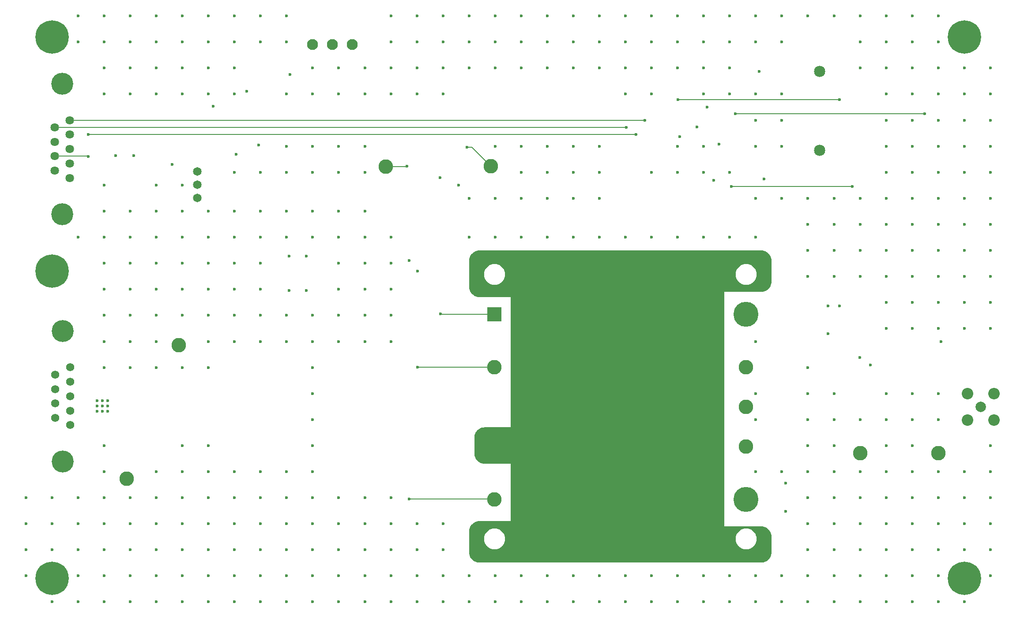
<source format=gbr>
%TF.GenerationSoftware,KiCad,Pcbnew,9.0.3*%
%TF.CreationDate,2025-09-16T13:25:34-04:00*%
%TF.ProjectId,CAEN_NEVIS_DAQ_3p3V,4341454e-5f4e-4455-9649-535f4441515f,rev?*%
%TF.SameCoordinates,Original*%
%TF.FileFunction,Copper,L4,Inr*%
%TF.FilePolarity,Positive*%
%FSLAX46Y46*%
G04 Gerber Fmt 4.6, Leading zero omitted, Abs format (unit mm)*
G04 Created by KiCad (PCBNEW 9.0.3) date 2025-09-16 13:25:34*
%MOMM*%
%LPD*%
G01*
G04 APERTURE LIST*
%TA.AperFunction,ComponentPad*%
%ADD10C,2.006600*%
%TD*%
%TA.AperFunction,ComponentPad*%
%ADD11C,2.209800*%
%TD*%
%TA.AperFunction,ComponentPad*%
%ADD12C,6.400000*%
%TD*%
%TA.AperFunction,ComponentPad*%
%ADD13C,2.100000*%
%TD*%
%TA.AperFunction,ComponentPad*%
%ADD14C,1.635000*%
%TD*%
%TA.AperFunction,ComponentPad*%
%ADD15C,4.216000*%
%TD*%
%TA.AperFunction,ComponentPad*%
%ADD16C,2.800000*%
%TD*%
%TA.AperFunction,ComponentPad*%
%ADD17C,1.650000*%
%TD*%
%TA.AperFunction,ComponentPad*%
%ADD18C,2.159000*%
%TD*%
%TA.AperFunction,ComponentPad*%
%ADD19C,1.560000*%
%TD*%
%TA.AperFunction,ComponentPad*%
%ADD20R,2.800000X2.800000*%
%TD*%
%TA.AperFunction,ComponentPad*%
%ADD21C,4.800000*%
%TD*%
%TA.AperFunction,ViaPad*%
%ADD22C,0.600000*%
%TD*%
%TA.AperFunction,ViaPad*%
%ADD23C,1.000000*%
%TD*%
%TA.AperFunction,Conductor*%
%ADD24C,0.200000*%
%TD*%
G04 APERTURE END LIST*
D10*
%TO.N,/V_3p3_Supply*%
%TO.C,J3*%
X233167999Y-100035000D03*
D11*
%TO.N,/V_3p3_RTN*%
X235707999Y-97495000D03*
X230627999Y-97495000D03*
X230627999Y-102575000D03*
X235707999Y-102575000D03*
%TD*%
D12*
%TO.N,GNDPWR*%
%TO.C,H4*%
X230000000Y-133000000D03*
%TD*%
D13*
%TO.N,/V_TELEM*%
%TO.C,J1*%
X112570000Y-30510000D03*
%TO.N,/V_TELEM_RTN*%
X108760000Y-30510000D03*
%TO.N,/V_TELEM*%
X104950000Y-30510000D03*
%TD*%
D14*
%TO.N,/EN+*%
%TO.C,J4*%
X58400000Y-56090000D03*
%TO.N,/EN-*%
X58400000Y-53320000D03*
%TO.N,unconnected-(J4-Pad3)*%
X58400000Y-50550000D03*
%TO.N,/V_TELEM_RTN*%
X58400000Y-47780000D03*
%TO.N,/TEMP_Mon*%
X58400000Y-45010000D03*
%TO.N,/V_TELEM_RTN*%
X55560000Y-54705000D03*
%TO.N,/Volt_Mon*%
X55560000Y-51935000D03*
%TO.N,/V_TELEM_RTN*%
X55560000Y-49165000D03*
%TO.N,/Curr_Mon*%
X55560000Y-46395000D03*
D15*
%TO.N,GNDPWR*%
X56980000Y-38050000D03*
X56980000Y-63050000D03*
%TD*%
D12*
%TO.N,GNDPWR*%
%TO.C,H3*%
X230000000Y-29000000D03*
%TD*%
D16*
%TO.N,/V_3p3_RTN*%
%TO.C,3.3V_RTN1*%
X210000000Y-109000000D03*
%TD*%
D12*
%TO.N,GNDPWR*%
%TO.C,H1*%
X55000000Y-29000000D03*
%TD*%
%TO.N,GNDPWR*%
%TO.C,H2*%
X55000000Y-133000000D03*
%TD*%
D17*
%TO.N,Net-(U6-R)*%
%TO.C,J5*%
X82850000Y-59910000D03*
%TO.N,/EN_SIG*%
X82850000Y-57370000D03*
%TO.N,Net-(J5-Pad3)*%
X82850000Y-54830000D03*
%TD*%
D18*
%TO.N,Net-(P1-Pad1)*%
%TO.C,P1*%
X202250000Y-35660000D03*
%TD*%
D19*
%TO.N,/V_SEC_RTN*%
%TO.C,J2*%
X58480000Y-92490000D03*
X58480000Y-95260000D03*
%TO.N,unconnected-(J2-Pad3)*%
X58480000Y-98030000D03*
%TO.N,/V_SEC_RTN*%
X58480000Y-100800000D03*
X58480000Y-103570000D03*
%TO.N,/V_SEC_IN*%
X55640000Y-93875000D03*
X55640000Y-96645000D03*
X55640000Y-99415000D03*
X55640000Y-102185000D03*
D15*
%TO.N,GNDPWR*%
X57060000Y-85530000D03*
X57060000Y-110530000D03*
%TD*%
D16*
%TO.N,/V_TELEM*%
%TO.C,TELEM_PWR1*%
X139140000Y-53870000D03*
%TD*%
D18*
%TO.N,Net-(M3-Pad3)*%
%TO.C,P2*%
X202210000Y-50790000D03*
%TD*%
D16*
%TO.N,/V_3p3_Supply*%
%TO.C,3.3V1*%
X225000000Y-109000000D03*
%TD*%
%TO.N,/V_SEC_RTN*%
%TO.C,Secondary_RTN1*%
X79340000Y-88210000D03*
%TD*%
%TO.N,/V_SEC_IN*%
%TO.C,Secondary_PWR1*%
X69340000Y-113850000D03*
%TD*%
%TO.N,/V_TELEM_RTN*%
%TO.C,TELEM_RTN1*%
X119060000Y-53890000D03*
%TD*%
D20*
%TO.N,/Main_Converter/p12V*%
%TO.C,U1*%
X139890000Y-82255000D03*
D16*
%TO.N,Net-(U1-ON{slash}OFF)*%
X139890000Y-92415000D03*
%TO.N,GNDPWR*%
X139890000Y-107655000D03*
%TO.N,/Main_Converter/p12V_rtn*%
X139890000Y-117815000D03*
D21*
%TO.N,/V_3p3_RTN*%
X188140000Y-117815000D03*
D16*
X188140000Y-107655000D03*
%TO.N,unconnected-(U1-TRIM-Pad7)*%
X188140000Y-100035000D03*
%TO.N,/V_3p3_*%
X188140000Y-92415000D03*
D21*
X188140000Y-82255000D03*
%TD*%
D12*
%TO.N,GNDPWR*%
%TO.C,H5*%
X55000000Y-74000000D03*
%TD*%
D22*
%TO.N,/V_3p3_RTN*%
X195740000Y-114710000D03*
%TO.N,/V_SEC_RTN*%
X140000000Y-67500000D03*
X180000000Y-132500000D03*
X125000000Y-137500000D03*
X90000000Y-132500000D03*
X63640000Y-98915000D03*
X105000000Y-117500000D03*
X210000000Y-137500000D03*
X225000000Y-127500000D03*
X150000000Y-137500000D03*
X235000000Y-132500000D03*
X120000000Y-67500000D03*
X145000000Y-132500000D03*
X64640000Y-99915000D03*
X60000000Y-122500000D03*
X225000000Y-132500000D03*
X65000000Y-112500000D03*
X215000000Y-97500000D03*
X130000000Y-132500000D03*
X185000000Y-67500000D03*
X205000000Y-122500000D03*
X205000000Y-107500000D03*
X165000000Y-67500000D03*
X70000000Y-87500000D03*
X105000000Y-102500000D03*
X100000000Y-122500000D03*
X215000000Y-107500000D03*
X235000000Y-107500000D03*
X200000000Y-112500000D03*
X75000000Y-92500000D03*
X65640000Y-99915000D03*
X205000000Y-127500000D03*
X150000000Y-67500000D03*
X95000000Y-112500000D03*
X105000000Y-97500000D03*
X50000000Y-132500000D03*
X115000000Y-77500000D03*
X215000000Y-102500000D03*
X145000000Y-67500000D03*
X200000000Y-122500000D03*
X175000000Y-137500000D03*
X235000000Y-122500000D03*
X110000000Y-82500000D03*
X65000000Y-137500000D03*
X75000000Y-127500000D03*
X65000000Y-87500000D03*
X80000000Y-112500000D03*
X65000000Y-117500000D03*
X110000000Y-87500000D03*
X85000000Y-107500000D03*
X200000000Y-92500000D03*
X90000000Y-122500000D03*
X205000000Y-97500000D03*
X230000000Y-127500000D03*
X75000000Y-117500000D03*
X70000000Y-117500000D03*
X55000000Y-137500000D03*
X105000000Y-122500000D03*
X225000000Y-102500000D03*
X64640000Y-98915000D03*
X95000000Y-87500000D03*
X80000000Y-82500000D03*
X220000000Y-97500000D03*
X70000000Y-77500000D03*
X155000000Y-132500000D03*
X170000000Y-137500000D03*
X135000000Y-67500000D03*
X215000000Y-127500000D03*
X75000000Y-122500000D03*
X70000000Y-82500000D03*
X215000000Y-117500000D03*
X130000000Y-122500000D03*
X110000000Y-127500000D03*
X50000000Y-122500000D03*
X120000000Y-77500000D03*
X115000000Y-117500000D03*
X215000000Y-137500000D03*
X105000000Y-82500000D03*
X220000000Y-102500000D03*
X125000000Y-127500000D03*
X190000000Y-97500000D03*
X225000000Y-117500000D03*
X120000000Y-137500000D03*
X155000000Y-137500000D03*
X80000000Y-137500000D03*
X65000000Y-132500000D03*
X140000000Y-137500000D03*
X60000000Y-117500000D03*
X185000000Y-132500000D03*
X55000000Y-122500000D03*
X100000000Y-87500000D03*
X90000000Y-112500000D03*
X115000000Y-127500000D03*
X85000000Y-122500000D03*
X115000000Y-87500000D03*
X210000000Y-127500000D03*
X200000000Y-137500000D03*
X85000000Y-132500000D03*
X60000000Y-132500000D03*
X175000000Y-67500000D03*
X55000000Y-127500000D03*
X220000000Y-107500000D03*
X170000000Y-67500000D03*
X75000000Y-87500000D03*
X105000000Y-132500000D03*
X130000000Y-127500000D03*
X215000000Y-122500000D03*
X75000000Y-112500000D03*
X90000000Y-117500000D03*
X195000000Y-112500000D03*
X215000000Y-132500000D03*
X115000000Y-137500000D03*
X85000000Y-92500000D03*
X85000000Y-112500000D03*
X140000000Y-132500000D03*
X70000000Y-127500000D03*
X120000000Y-122500000D03*
X70000000Y-137500000D03*
X95000000Y-137500000D03*
X110000000Y-122500000D03*
X205000000Y-132500000D03*
X150000000Y-132500000D03*
X65640000Y-100915000D03*
X100000000Y-82500000D03*
X130000000Y-137500000D03*
X50000000Y-117500000D03*
X90000000Y-82500000D03*
X205000000Y-112500000D03*
X110000000Y-132500000D03*
X200000000Y-117500000D03*
X190000000Y-132500000D03*
X235000000Y-127500000D03*
X205000000Y-117500000D03*
X200000000Y-102500000D03*
X65000000Y-122500000D03*
X110000000Y-77500000D03*
X80000000Y-77500000D03*
X125000000Y-132500000D03*
X85000000Y-87500000D03*
X85000000Y-117500000D03*
X80000000Y-92500000D03*
X80000000Y-122500000D03*
X220000000Y-137500000D03*
X115000000Y-82500000D03*
X220000000Y-132500000D03*
X195000000Y-137500000D03*
X225000000Y-112500000D03*
X235000000Y-117500000D03*
X160000000Y-67500000D03*
X105000000Y-127500000D03*
X80000000Y-117500000D03*
X225000000Y-137500000D03*
X75000000Y-82500000D03*
X135000000Y-132500000D03*
X100510000Y-77730000D03*
X85000000Y-127500000D03*
X105000000Y-92500000D03*
X70000000Y-122500000D03*
X95000000Y-132500000D03*
X85000000Y-82500000D03*
X63640000Y-100915000D03*
X75000000Y-132500000D03*
X80000000Y-132500000D03*
X190000000Y-137500000D03*
X120000000Y-132500000D03*
X155000000Y-67500000D03*
X200000000Y-127500000D03*
X120000000Y-87500000D03*
X75000000Y-77500000D03*
X90000000Y-77500000D03*
X100000000Y-117500000D03*
X95000000Y-77500000D03*
X85000000Y-77500000D03*
X100000000Y-137500000D03*
X103820000Y-77760000D03*
X90000000Y-137500000D03*
X230000000Y-112500000D03*
X65000000Y-107500000D03*
X95000000Y-82500000D03*
X210000000Y-132500000D03*
X200000000Y-132500000D03*
X125000000Y-122500000D03*
X110000000Y-137500000D03*
X175000000Y-132500000D03*
X95000000Y-127500000D03*
X210000000Y-112500000D03*
X65000000Y-92500000D03*
X90000000Y-127500000D03*
X190000000Y-102500000D03*
X220000000Y-127500000D03*
X180000000Y-137500000D03*
X50000000Y-127500000D03*
X70000000Y-132500000D03*
X190000000Y-112500000D03*
X120000000Y-72500000D03*
X145000000Y-137500000D03*
X225000000Y-122500000D03*
X190000000Y-87500000D03*
X65000000Y-127500000D03*
X230000000Y-122500000D03*
X95000000Y-122500000D03*
X120000000Y-117500000D03*
X110000000Y-117500000D03*
X210000000Y-102500000D03*
X220000000Y-112500000D03*
X190000000Y-67500000D03*
X120000000Y-82500000D03*
X105000000Y-87500000D03*
X64640000Y-100915000D03*
X220000000Y-122500000D03*
X220000000Y-117500000D03*
X120000000Y-127500000D03*
X80000000Y-107500000D03*
X185000000Y-137500000D03*
X105000000Y-107500000D03*
X205000000Y-102500000D03*
X170000000Y-132500000D03*
X235000000Y-112500000D03*
X55000000Y-117500000D03*
X215000000Y-112500000D03*
X70000000Y-92500000D03*
X205000000Y-137500000D03*
X115000000Y-132500000D03*
X165000000Y-137500000D03*
X63640000Y-99915000D03*
X180000000Y-67500000D03*
X65000000Y-77500000D03*
X160000000Y-137500000D03*
X230000000Y-117500000D03*
X100000000Y-127500000D03*
X115000000Y-122500000D03*
X105000000Y-112500000D03*
X75000000Y-137500000D03*
X65640000Y-98915000D03*
X200000000Y-107500000D03*
X225000000Y-97500000D03*
X95000000Y-117500000D03*
X100000000Y-132500000D03*
X165000000Y-132500000D03*
X230000000Y-137500000D03*
X160000000Y-132500000D03*
X60000000Y-137500000D03*
X210000000Y-122500000D03*
X65000000Y-82500000D03*
X60000000Y-127500000D03*
X100000000Y-112500000D03*
X135000000Y-137500000D03*
X90000000Y-87500000D03*
X105000000Y-137500000D03*
X210000000Y-117500000D03*
X200000000Y-97500000D03*
X85000000Y-137500000D03*
X195000000Y-132500000D03*
X80000000Y-127500000D03*
D23*
%TO.N,GNDPWR*%
X155600000Y-105000000D03*
X155600000Y-90000000D03*
X175600000Y-115000000D03*
X165600000Y-100000000D03*
X165600000Y-125000000D03*
X160600000Y-90000000D03*
X155600000Y-85000000D03*
X155600000Y-95000000D03*
X155600000Y-100000000D03*
X145600000Y-110000000D03*
X165600000Y-110000000D03*
X145600000Y-125000000D03*
X155600000Y-120000000D03*
X145600000Y-85000000D03*
X165600000Y-95000000D03*
X150600000Y-95000000D03*
X170600000Y-105000000D03*
X150600000Y-125000000D03*
X145600000Y-75000000D03*
X160600000Y-80000000D03*
X175600000Y-125000000D03*
X180600000Y-85000000D03*
X165600000Y-120000000D03*
X160600000Y-110000000D03*
X170600000Y-95000000D03*
X155600000Y-110000000D03*
X165600000Y-90000000D03*
X160600000Y-125000000D03*
X165600000Y-105000000D03*
X180600000Y-80000000D03*
X165600000Y-85000000D03*
X150600000Y-120000000D03*
X150600000Y-105000000D03*
X160600000Y-85000000D03*
X155600000Y-115000000D03*
D22*
X195740000Y-120100000D03*
D23*
X145600000Y-80000000D03*
X170600000Y-115000000D03*
X170600000Y-120000000D03*
X160600000Y-120000000D03*
X145600000Y-100000000D03*
X155600000Y-125000000D03*
X165600000Y-115000000D03*
X175600000Y-85000000D03*
X145600000Y-105000000D03*
X160600000Y-115000000D03*
X145600000Y-90000000D03*
X180600000Y-95000000D03*
X175600000Y-120000000D03*
X180600000Y-105000000D03*
X180600000Y-120000000D03*
X180600000Y-125000000D03*
X150600000Y-85000000D03*
X150600000Y-90000000D03*
X180600000Y-100000000D03*
X170600000Y-100000000D03*
X175600000Y-80000000D03*
X175600000Y-105000000D03*
X145600000Y-120000000D03*
X170600000Y-85000000D03*
X150600000Y-115000000D03*
X170600000Y-110000000D03*
X165600000Y-75000000D03*
X175600000Y-75000000D03*
X175600000Y-90000000D03*
X175600000Y-100000000D03*
X175600000Y-95000000D03*
X180600000Y-90000000D03*
X180600000Y-115000000D03*
X165600000Y-80000000D03*
X170600000Y-80000000D03*
X175600000Y-110000000D03*
X150600000Y-75000000D03*
X170600000Y-75000000D03*
X155600000Y-75000000D03*
X160600000Y-105000000D03*
X180600000Y-75000000D03*
X150600000Y-80000000D03*
X145600000Y-115000000D03*
X160600000Y-100000000D03*
X170600000Y-90000000D03*
X145600000Y-95000000D03*
X155600000Y-80000000D03*
X180600000Y-110000000D03*
X160600000Y-95000000D03*
X160600000Y-75000000D03*
X170600000Y-125000000D03*
X150600000Y-100000000D03*
X150600000Y-110000000D03*
D22*
%TO.N,/Telemetry_CKT/V_3p3*%
X178720000Y-46280000D03*
X78060000Y-53520000D03*
X209942500Y-90557500D03*
X92320000Y-39413750D03*
X70660000Y-51810000D03*
%TO.N,/V_TELEM_RTN*%
X90000000Y-30000000D03*
X65000000Y-62500000D03*
X115000000Y-50000000D03*
X225000000Y-30000000D03*
X230000000Y-35000000D03*
X190000000Y-40000000D03*
X225490000Y-87530000D03*
X75000000Y-25000000D03*
X195000000Y-50000000D03*
X160000000Y-50000000D03*
X80000000Y-35000000D03*
X90000000Y-67500000D03*
X135000000Y-35000000D03*
X70000000Y-35000000D03*
X225000000Y-40000000D03*
X170000000Y-35000000D03*
X135000000Y-25000000D03*
X210000000Y-70000000D03*
X195000000Y-40000000D03*
X70000000Y-30000000D03*
X80000000Y-62500000D03*
X200000000Y-25000000D03*
X129445000Y-56015000D03*
X110000000Y-72500000D03*
X100000000Y-30000000D03*
X220000000Y-55000000D03*
X185000000Y-40000000D03*
X80000000Y-72500000D03*
X100000000Y-25000000D03*
X230000000Y-45000000D03*
X150000000Y-30000000D03*
X190000000Y-60000000D03*
X235000000Y-45000000D03*
X180680000Y-42480000D03*
X210000000Y-25000000D03*
X215000000Y-35000000D03*
X220000000Y-65000000D03*
X220000000Y-40000000D03*
X180000000Y-30000000D03*
X150000000Y-25000000D03*
X65000000Y-35000000D03*
X230000000Y-65000000D03*
X215000000Y-45000000D03*
X85925000Y-42348750D03*
X120000000Y-40000000D03*
X195000000Y-60000000D03*
X95000000Y-55000000D03*
X205000000Y-70000000D03*
X100000000Y-67500000D03*
X220000000Y-60000000D03*
X120000000Y-35000000D03*
X215000000Y-80000000D03*
X103800000Y-71110000D03*
X155000000Y-30000000D03*
X170000000Y-40000000D03*
X85000000Y-25000000D03*
X75000000Y-67500000D03*
X203895000Y-86000000D03*
X65000000Y-30000000D03*
X160000000Y-35000000D03*
X75000000Y-57500000D03*
X230000000Y-55000000D03*
X145000000Y-35000000D03*
X215000000Y-40000000D03*
X220000000Y-80000000D03*
X100000000Y-40000000D03*
X210000000Y-60000000D03*
X215000000Y-30000000D03*
X150000000Y-50000000D03*
X225000000Y-60000000D03*
X130000000Y-40000000D03*
X235000000Y-75000000D03*
X215000000Y-70000000D03*
X65000000Y-57500000D03*
X190000000Y-30000000D03*
X215000000Y-75000000D03*
X220000000Y-30000000D03*
X70000000Y-62500000D03*
X85000000Y-35000000D03*
X110000000Y-40000000D03*
X235000000Y-65000000D03*
X80000000Y-40000000D03*
X180000000Y-40000000D03*
X220000000Y-45000000D03*
X110000000Y-67500000D03*
X215000000Y-55000000D03*
X210000000Y-75000000D03*
X115000000Y-40000000D03*
X90000000Y-25000000D03*
X175000000Y-30000000D03*
X220000000Y-25000000D03*
X140000000Y-60000000D03*
X235000000Y-80000000D03*
X155000000Y-55000000D03*
X175000000Y-50000000D03*
X90000000Y-72500000D03*
X125000000Y-40000000D03*
X230000000Y-50000000D03*
X105000000Y-67500000D03*
X75000000Y-35000000D03*
X140000000Y-50000000D03*
X150000000Y-35000000D03*
X211992500Y-92067500D03*
X165000000Y-30000000D03*
X125000000Y-25000000D03*
X90000000Y-62500000D03*
X60000000Y-67500000D03*
X105000000Y-35000000D03*
X130000000Y-30000000D03*
X191550000Y-56280000D03*
X150000000Y-55000000D03*
X220000000Y-35000000D03*
X225000000Y-75000000D03*
X160000000Y-30000000D03*
X130000000Y-25000000D03*
X140000000Y-25000000D03*
X95000000Y-67500000D03*
X80000000Y-57500000D03*
X190000000Y-45000000D03*
X140000000Y-35000000D03*
X225000000Y-50000000D03*
X235000000Y-35000000D03*
X220000000Y-50000000D03*
X115000000Y-67500000D03*
X235000000Y-70000000D03*
X175000000Y-35000000D03*
X125000000Y-35000000D03*
X85000000Y-62500000D03*
X230000000Y-40000000D03*
X155000000Y-60000000D03*
X235000000Y-40000000D03*
X145000000Y-50000000D03*
X165000000Y-25000000D03*
X75000000Y-62500000D03*
X230000000Y-60000000D03*
X100510000Y-71110000D03*
X175370000Y-48180000D03*
X195000000Y-30000000D03*
X225000000Y-25000000D03*
X200000000Y-75000000D03*
X220000000Y-75000000D03*
X140000000Y-30000000D03*
X70000000Y-40000000D03*
X225000000Y-45000000D03*
X115000000Y-62500000D03*
X230000000Y-70000000D03*
X85000000Y-40000000D03*
X160000000Y-55000000D03*
X70000000Y-67500000D03*
X210000000Y-35000000D03*
X182970000Y-49590000D03*
X160000000Y-25000000D03*
X181920000Y-56560000D03*
X200000000Y-70000000D03*
X100000000Y-62500000D03*
X170000000Y-25000000D03*
X215000000Y-50000000D03*
X145000000Y-25000000D03*
X135000000Y-60000000D03*
X100000000Y-50000000D03*
X65000000Y-67500000D03*
X195000000Y-25000000D03*
X155000000Y-25000000D03*
X80000000Y-25000000D03*
X235000000Y-60000000D03*
X190000000Y-25000000D03*
X210000000Y-65000000D03*
X90000000Y-35000000D03*
X235000000Y-55000000D03*
X215000000Y-65000000D03*
X180000000Y-35000000D03*
X100620000Y-36243750D03*
X225000000Y-85000000D03*
X180000000Y-50000000D03*
X125000000Y-30000000D03*
X215000000Y-85000000D03*
X65000000Y-72500000D03*
X75000000Y-30000000D03*
X200000000Y-65000000D03*
X110000000Y-55000000D03*
X155000000Y-35000000D03*
X80000000Y-67500000D03*
X90000000Y-40000000D03*
X170000000Y-30000000D03*
X105000000Y-62500000D03*
X215000000Y-60000000D03*
X70000000Y-72500000D03*
X165000000Y-35000000D03*
X205000000Y-25000000D03*
X90290000Y-51528750D03*
X100000000Y-55000000D03*
X205000000Y-60000000D03*
X145000000Y-60000000D03*
X95000000Y-62500000D03*
X85000000Y-67500000D03*
X135000000Y-30000000D03*
X95000000Y-30000000D03*
X235000000Y-50000000D03*
X90000000Y-55000000D03*
X185000000Y-25000000D03*
X115000000Y-55000000D03*
X230000000Y-80000000D03*
X195000000Y-45000000D03*
X65000000Y-25000000D03*
X105000000Y-40000000D03*
X95000000Y-72500000D03*
X75000000Y-40000000D03*
X215000000Y-25000000D03*
X60000000Y-25000000D03*
X185000000Y-30000000D03*
X95000000Y-25000000D03*
X225000000Y-55000000D03*
X200000000Y-60000000D03*
X170000000Y-55000000D03*
X80000000Y-30000000D03*
X225000000Y-65000000D03*
X105000000Y-55000000D03*
X205000000Y-75000000D03*
X145000000Y-55000000D03*
X130000000Y-35000000D03*
X205000000Y-65000000D03*
X120000000Y-30000000D03*
X67240000Y-51790000D03*
X185000000Y-55000000D03*
X115000000Y-35000000D03*
X225000000Y-35000000D03*
X230000000Y-85000000D03*
X110000000Y-62500000D03*
X110000000Y-35000000D03*
X160000000Y-60000000D03*
X65000000Y-40000000D03*
X75000000Y-72500000D03*
X110000000Y-50000000D03*
X190000000Y-50000000D03*
X85000000Y-72500000D03*
X85000000Y-30000000D03*
X220000000Y-85000000D03*
X180000000Y-25000000D03*
X123085000Y-53875000D03*
X120000000Y-25000000D03*
X225000000Y-70000000D03*
X185000000Y-35000000D03*
X150000000Y-60000000D03*
X225000000Y-80000000D03*
X210000000Y-30000000D03*
X165000000Y-40000000D03*
X220000000Y-70000000D03*
X70000000Y-25000000D03*
X180000000Y-55000000D03*
X175000000Y-55000000D03*
X175000000Y-25000000D03*
X115000000Y-72500000D03*
X105000000Y-50000000D03*
X230000000Y-75000000D03*
X155000000Y-50000000D03*
X145000000Y-30000000D03*
X235000000Y-85000000D03*
X60000000Y-30000000D03*
%TO.N,/V_TELEM*%
X132995000Y-57515000D03*
X203895000Y-80705000D03*
X190660000Y-35650000D03*
X94625000Y-49768750D03*
X134635000Y-50235000D03*
%TO.N,/Volt_Mon*%
X167060000Y-47780000D03*
X61950000Y-51940000D03*
X61950000Y-47780000D03*
%TO.N,/TEMP_Mon*%
X168740000Y-45010000D03*
%TO.N,/Curr_Mon*%
X165180000Y-46395000D03*
%TO.N,Net-(U1-ON{slash}OFF)*%
X125115000Y-73965000D03*
X125115000Y-92445000D03*
%TO.N,/Main_Converter/p12V*%
X129510000Y-82250000D03*
%TO.N,Net-(U3-OUT)*%
X208500000Y-57730000D03*
X185330000Y-57730000D03*
%TO.N,Net-(U4A-+INA)*%
X186060000Y-43740000D03*
X222360000Y-43780000D03*
%TO.N,/Telemetry_CKT/TEMP*%
X206016577Y-80710531D03*
X206020000Y-41070000D03*
X175110000Y-41070000D03*
%TO.N,/Main_Converter/p12V_rtn*%
X123515000Y-117775000D03*
X123515000Y-71945000D03*
%TD*%
D24*
%TO.N,/V_TELEM_RTN*%
X123080000Y-53870000D02*
X123085000Y-53875000D01*
X123070000Y-53890000D02*
X119060000Y-53890000D01*
%TO.N,/V_TELEM*%
X135505000Y-50235000D02*
X139140000Y-53870000D01*
X134635000Y-50235000D02*
X135505000Y-50235000D01*
%TO.N,/Volt_Mon*%
X61945000Y-51935000D02*
X61950000Y-51940000D01*
X165190000Y-47780000D02*
X167060000Y-47780000D01*
X55560000Y-51935000D02*
X61945000Y-51935000D01*
X61950000Y-47780000D02*
X165190000Y-47780000D01*
%TO.N,/TEMP_Mon*%
X58400000Y-45010000D02*
X168740000Y-45010000D01*
%TO.N,/Curr_Mon*%
X55560000Y-46395000D02*
X165180000Y-46395000D01*
%TO.N,Net-(U1-ON{slash}OFF)*%
X139860000Y-92445000D02*
X139890000Y-92415000D01*
X125115000Y-92445000D02*
X139860000Y-92445000D01*
%TO.N,/Main_Converter/p12V*%
X139890000Y-82255000D02*
X129515000Y-82255000D01*
X129515000Y-82255000D02*
X129510000Y-82250000D01*
%TO.N,Net-(U3-OUT)*%
X185330000Y-57730000D02*
X185320000Y-57730000D01*
X208500000Y-57730000D02*
X185330000Y-57730000D01*
%TO.N,Net-(U4A-+INA)*%
X186100000Y-43780000D02*
X186060000Y-43740000D01*
X222360000Y-43780000D02*
X186100000Y-43780000D01*
%TO.N,/Telemetry_CKT/TEMP*%
X206020000Y-41070000D02*
X175110000Y-41070000D01*
%TO.N,/Main_Converter/p12V_rtn*%
X123515000Y-117775000D02*
X139850000Y-117775000D01*
X139850000Y-117775000D02*
X139890000Y-117815000D01*
%TD*%
%TA.AperFunction,Conductor*%
%TO.N,GNDPWR*%
G36*
X191004418Y-70000316D02*
G01*
X191275790Y-70019724D01*
X191293291Y-70022241D01*
X191554803Y-70079129D01*
X191571762Y-70084108D01*
X191822524Y-70177638D01*
X191838616Y-70184987D01*
X192073501Y-70313244D01*
X192088375Y-70322802D01*
X192302624Y-70483188D01*
X192315994Y-70494774D01*
X192505225Y-70684005D01*
X192516811Y-70697375D01*
X192677193Y-70911619D01*
X192686758Y-70926503D01*
X192815011Y-71161382D01*
X192822361Y-71177475D01*
X192915888Y-71428229D01*
X192920872Y-71445205D01*
X192977757Y-71706702D01*
X192980275Y-71724214D01*
X192999684Y-71995581D01*
X193000000Y-72004427D01*
X193000000Y-75995572D01*
X192999684Y-76004418D01*
X192980275Y-76275785D01*
X192977757Y-76293297D01*
X192920872Y-76554794D01*
X192915888Y-76571770D01*
X192822361Y-76822524D01*
X192815011Y-76838617D01*
X192686758Y-77073496D01*
X192677193Y-77088380D01*
X192516811Y-77302624D01*
X192505225Y-77315994D01*
X192315994Y-77505225D01*
X192302624Y-77516811D01*
X192088380Y-77677193D01*
X192073496Y-77686758D01*
X191838617Y-77815011D01*
X191822524Y-77822361D01*
X191571770Y-77915888D01*
X191554794Y-77920872D01*
X191293297Y-77977757D01*
X191275785Y-77980275D01*
X191004418Y-77999684D01*
X190995572Y-78000000D01*
X184000000Y-78000000D01*
X184000000Y-123000000D01*
X190995572Y-123000000D01*
X191004418Y-123000316D01*
X191275790Y-123019724D01*
X191293291Y-123022241D01*
X191554803Y-123079129D01*
X191571762Y-123084108D01*
X191822087Y-123177475D01*
X191822524Y-123177638D01*
X191838616Y-123184987D01*
X192073501Y-123313244D01*
X192088375Y-123322802D01*
X192240303Y-123436535D01*
X192302624Y-123483188D01*
X192315994Y-123494774D01*
X192505225Y-123684005D01*
X192516811Y-123697375D01*
X192677193Y-123911619D01*
X192686758Y-123926503D01*
X192815011Y-124161382D01*
X192822361Y-124177475D01*
X192915888Y-124428229D01*
X192920872Y-124445205D01*
X192977757Y-124706702D01*
X192980275Y-124724214D01*
X192999684Y-124995581D01*
X193000000Y-125004427D01*
X193000000Y-127995572D01*
X192999684Y-128004418D01*
X192980275Y-128275785D01*
X192977757Y-128293297D01*
X192920872Y-128554794D01*
X192915888Y-128571770D01*
X192822361Y-128822524D01*
X192815011Y-128838617D01*
X192686758Y-129073496D01*
X192677193Y-129088380D01*
X192516811Y-129302624D01*
X192505225Y-129315994D01*
X192315994Y-129505225D01*
X192302624Y-129516811D01*
X192088380Y-129677193D01*
X192073496Y-129686758D01*
X191838617Y-129815011D01*
X191822524Y-129822361D01*
X191571770Y-129915888D01*
X191554794Y-129920872D01*
X191293297Y-129977757D01*
X191275785Y-129980275D01*
X191004418Y-129999684D01*
X190995572Y-130000000D01*
X137004428Y-130000000D01*
X136995582Y-129999684D01*
X136724214Y-129980275D01*
X136706702Y-129977757D01*
X136445205Y-129920872D01*
X136428229Y-129915888D01*
X136177475Y-129822361D01*
X136161382Y-129815011D01*
X135926503Y-129686758D01*
X135911619Y-129677193D01*
X135697375Y-129516811D01*
X135684005Y-129505225D01*
X135494774Y-129315994D01*
X135483188Y-129302624D01*
X135322802Y-129088375D01*
X135313244Y-129073501D01*
X135184987Y-128838616D01*
X135177638Y-128822524D01*
X135084108Y-128571762D01*
X135079129Y-128554803D01*
X135022241Y-128293291D01*
X135019724Y-128275785D01*
X135000316Y-128004418D01*
X135000000Y-127995572D01*
X135000000Y-125303872D01*
X137889500Y-125303872D01*
X137889500Y-125566127D01*
X137916123Y-125768339D01*
X137923730Y-125826116D01*
X137991602Y-126079418D01*
X137991605Y-126079428D01*
X138091953Y-126321690D01*
X138091958Y-126321700D01*
X138223075Y-126548803D01*
X138382718Y-126756851D01*
X138382726Y-126756860D01*
X138568140Y-126942274D01*
X138568148Y-126942281D01*
X138776196Y-127101924D01*
X139003299Y-127233041D01*
X139003309Y-127233046D01*
X139245571Y-127333394D01*
X139245581Y-127333398D01*
X139498884Y-127401270D01*
X139758880Y-127435500D01*
X139758887Y-127435500D01*
X140021113Y-127435500D01*
X140021120Y-127435500D01*
X140281116Y-127401270D01*
X140534419Y-127333398D01*
X140776697Y-127233043D01*
X141003803Y-127101924D01*
X141211851Y-126942282D01*
X141211855Y-126942277D01*
X141211860Y-126942274D01*
X141397274Y-126756860D01*
X141397277Y-126756855D01*
X141397282Y-126756851D01*
X141556924Y-126548803D01*
X141688043Y-126321697D01*
X141788398Y-126079419D01*
X141856270Y-125826116D01*
X141890500Y-125566120D01*
X141890500Y-125303880D01*
X141890499Y-125303872D01*
X186139500Y-125303872D01*
X186139500Y-125566127D01*
X186166123Y-125768339D01*
X186173730Y-125826116D01*
X186241602Y-126079418D01*
X186241605Y-126079428D01*
X186341953Y-126321690D01*
X186341958Y-126321700D01*
X186473075Y-126548803D01*
X186632718Y-126756851D01*
X186632726Y-126756860D01*
X186818140Y-126942274D01*
X186818148Y-126942281D01*
X187026196Y-127101924D01*
X187253299Y-127233041D01*
X187253309Y-127233046D01*
X187495571Y-127333394D01*
X187495581Y-127333398D01*
X187748884Y-127401270D01*
X188008880Y-127435500D01*
X188008887Y-127435500D01*
X188271113Y-127435500D01*
X188271120Y-127435500D01*
X188531116Y-127401270D01*
X188784419Y-127333398D01*
X189026697Y-127233043D01*
X189253803Y-127101924D01*
X189461851Y-126942282D01*
X189461855Y-126942277D01*
X189461860Y-126942274D01*
X189647274Y-126756860D01*
X189647277Y-126756855D01*
X189647282Y-126756851D01*
X189806924Y-126548803D01*
X189938043Y-126321697D01*
X190038398Y-126079419D01*
X190106270Y-125826116D01*
X190140500Y-125566120D01*
X190140500Y-125303880D01*
X190106270Y-125043884D01*
X190038398Y-124790581D01*
X190003654Y-124706702D01*
X189938046Y-124548309D01*
X189938041Y-124548299D01*
X189806924Y-124321196D01*
X189647281Y-124113148D01*
X189647274Y-124113140D01*
X189461860Y-123927726D01*
X189461851Y-123927718D01*
X189253803Y-123768075D01*
X189026700Y-123636958D01*
X189026690Y-123636953D01*
X188784428Y-123536605D01*
X188784421Y-123536603D01*
X188784419Y-123536602D01*
X188531116Y-123468730D01*
X188473339Y-123461123D01*
X188271127Y-123434500D01*
X188271120Y-123434500D01*
X188008880Y-123434500D01*
X188008872Y-123434500D01*
X187777772Y-123464926D01*
X187748884Y-123468730D01*
X187495581Y-123536602D01*
X187495571Y-123536605D01*
X187253309Y-123636953D01*
X187253299Y-123636958D01*
X187026196Y-123768075D01*
X186818148Y-123927718D01*
X186632718Y-124113148D01*
X186473075Y-124321196D01*
X186341958Y-124548299D01*
X186341953Y-124548309D01*
X186241605Y-124790571D01*
X186241602Y-124790581D01*
X186184303Y-125004427D01*
X186173730Y-125043885D01*
X186139500Y-125303872D01*
X141890499Y-125303872D01*
X141856270Y-125043884D01*
X141788398Y-124790581D01*
X141753654Y-124706702D01*
X141688046Y-124548309D01*
X141688041Y-124548299D01*
X141556924Y-124321196D01*
X141397281Y-124113148D01*
X141397274Y-124113140D01*
X141211860Y-123927726D01*
X141211851Y-123927718D01*
X141003803Y-123768075D01*
X140776700Y-123636958D01*
X140776690Y-123636953D01*
X140534428Y-123536605D01*
X140534421Y-123536603D01*
X140534419Y-123536602D01*
X140281116Y-123468730D01*
X140223339Y-123461123D01*
X140021127Y-123434500D01*
X140021120Y-123434500D01*
X139758880Y-123434500D01*
X139758872Y-123434500D01*
X139527772Y-123464926D01*
X139498884Y-123468730D01*
X139245581Y-123536602D01*
X139245571Y-123536605D01*
X139003309Y-123636953D01*
X139003299Y-123636958D01*
X138776196Y-123768075D01*
X138568148Y-123927718D01*
X138382718Y-124113148D01*
X138223075Y-124321196D01*
X138091958Y-124548299D01*
X138091953Y-124548309D01*
X137991605Y-124790571D01*
X137991602Y-124790581D01*
X137934303Y-125004427D01*
X137923730Y-125043885D01*
X137889500Y-125303872D01*
X135000000Y-125303872D01*
X135000000Y-124004427D01*
X135000316Y-123995581D01*
X135005170Y-123927718D01*
X135019724Y-123724207D01*
X135022240Y-123706710D01*
X135079130Y-123445192D01*
X135084107Y-123428241D01*
X135177640Y-123177470D01*
X135184985Y-123161388D01*
X135313248Y-122926491D01*
X135322798Y-122911630D01*
X135483195Y-122697366D01*
X135494767Y-122684012D01*
X135684012Y-122494767D01*
X135697366Y-122483195D01*
X135911630Y-122322798D01*
X135926491Y-122313248D01*
X136161388Y-122184985D01*
X136177470Y-122177640D01*
X136428241Y-122084107D01*
X136445192Y-122079130D01*
X136706710Y-122022240D01*
X136724207Y-122019724D01*
X136995582Y-122000316D01*
X137004428Y-122000000D01*
X143000000Y-122000000D01*
X143000000Y-111000000D01*
X141000000Y-111000000D01*
X138004428Y-111000000D01*
X137995582Y-110999684D01*
X137724214Y-110980275D01*
X137706702Y-110977757D01*
X137445205Y-110920872D01*
X137428229Y-110915888D01*
X137177475Y-110822361D01*
X137161382Y-110815011D01*
X136926503Y-110686758D01*
X136911619Y-110677193D01*
X136697375Y-110516811D01*
X136684005Y-110505225D01*
X136494774Y-110315994D01*
X136483188Y-110302624D01*
X136322802Y-110088375D01*
X136313244Y-110073501D01*
X136184987Y-109838616D01*
X136177638Y-109822524D01*
X136084108Y-109571762D01*
X136079129Y-109554803D01*
X136022241Y-109293291D01*
X136019724Y-109275785D01*
X136000316Y-109004418D01*
X136000000Y-108995572D01*
X136000000Y-106004427D01*
X136000316Y-105995581D01*
X136019724Y-105724214D01*
X136022240Y-105706710D01*
X136079130Y-105445192D01*
X136084107Y-105428241D01*
X136177640Y-105177470D01*
X136184985Y-105161388D01*
X136313248Y-104926491D01*
X136322798Y-104911630D01*
X136483195Y-104697366D01*
X136494767Y-104684012D01*
X136684012Y-104494767D01*
X136697366Y-104483195D01*
X136911630Y-104322798D01*
X136926491Y-104313248D01*
X137161388Y-104184985D01*
X137177470Y-104177640D01*
X137428241Y-104084107D01*
X137445192Y-104079130D01*
X137706710Y-104022240D01*
X137724207Y-104019724D01*
X137995582Y-104000316D01*
X138004428Y-104000000D01*
X143000000Y-104000000D01*
X143000000Y-79000000D01*
X141000000Y-79000000D01*
X137004428Y-79000000D01*
X136995582Y-78999684D01*
X136724214Y-78980275D01*
X136706702Y-78977757D01*
X136445205Y-78920872D01*
X136428229Y-78915888D01*
X136177475Y-78822361D01*
X136161382Y-78815011D01*
X135926503Y-78686758D01*
X135911619Y-78677193D01*
X135697375Y-78516811D01*
X135684005Y-78505225D01*
X135494774Y-78315994D01*
X135483188Y-78302624D01*
X135322802Y-78088375D01*
X135313244Y-78073501D01*
X135184987Y-77838616D01*
X135177638Y-77822524D01*
X135123432Y-77677193D01*
X135084108Y-77571762D01*
X135079129Y-77554803D01*
X135022241Y-77293291D01*
X135019724Y-77275785D01*
X135005256Y-77073496D01*
X135000316Y-77004418D01*
X135000000Y-76995572D01*
X135000000Y-74503872D01*
X137889500Y-74503872D01*
X137889500Y-74766127D01*
X137916123Y-74968339D01*
X137923730Y-75026116D01*
X137991602Y-75279418D01*
X137991605Y-75279428D01*
X138091953Y-75521690D01*
X138091958Y-75521700D01*
X138223075Y-75748803D01*
X138382718Y-75956851D01*
X138382726Y-75956860D01*
X138568140Y-76142274D01*
X138568148Y-76142281D01*
X138776196Y-76301924D01*
X139003299Y-76433041D01*
X139003309Y-76433046D01*
X139245571Y-76533394D01*
X139245581Y-76533398D01*
X139498884Y-76601270D01*
X139758880Y-76635500D01*
X139758887Y-76635500D01*
X140021113Y-76635500D01*
X140021120Y-76635500D01*
X140281116Y-76601270D01*
X140534419Y-76533398D01*
X140776697Y-76433043D01*
X141003803Y-76301924D01*
X141211851Y-76142282D01*
X141211855Y-76142277D01*
X141211860Y-76142274D01*
X141397274Y-75956860D01*
X141397277Y-75956855D01*
X141397282Y-75956851D01*
X141556924Y-75748803D01*
X141688043Y-75521697D01*
X141788398Y-75279419D01*
X141856270Y-75026116D01*
X141890500Y-74766120D01*
X141890500Y-74503880D01*
X141890499Y-74503872D01*
X186139500Y-74503872D01*
X186139500Y-74766127D01*
X186166123Y-74968339D01*
X186173730Y-75026116D01*
X186241602Y-75279418D01*
X186241605Y-75279428D01*
X186341953Y-75521690D01*
X186341958Y-75521700D01*
X186473075Y-75748803D01*
X186632718Y-75956851D01*
X186632726Y-75956860D01*
X186818140Y-76142274D01*
X186818148Y-76142281D01*
X187026196Y-76301924D01*
X187253299Y-76433041D01*
X187253309Y-76433046D01*
X187495571Y-76533394D01*
X187495581Y-76533398D01*
X187748884Y-76601270D01*
X188008880Y-76635500D01*
X188008887Y-76635500D01*
X188271113Y-76635500D01*
X188271120Y-76635500D01*
X188531116Y-76601270D01*
X188784419Y-76533398D01*
X189026697Y-76433043D01*
X189253803Y-76301924D01*
X189461851Y-76142282D01*
X189461855Y-76142277D01*
X189461860Y-76142274D01*
X189647274Y-75956860D01*
X189647277Y-75956855D01*
X189647282Y-75956851D01*
X189806924Y-75748803D01*
X189938043Y-75521697D01*
X190038398Y-75279419D01*
X190106270Y-75026116D01*
X190140500Y-74766120D01*
X190140500Y-74503880D01*
X190106270Y-74243884D01*
X190038398Y-73990581D01*
X190038394Y-73990571D01*
X189938046Y-73748309D01*
X189938041Y-73748299D01*
X189806924Y-73521196D01*
X189647281Y-73313148D01*
X189647274Y-73313140D01*
X189461860Y-73127726D01*
X189461851Y-73127718D01*
X189253803Y-72968075D01*
X189026700Y-72836958D01*
X189026690Y-72836953D01*
X188784428Y-72736605D01*
X188784421Y-72736603D01*
X188784419Y-72736602D01*
X188531116Y-72668730D01*
X188473339Y-72661123D01*
X188271127Y-72634500D01*
X188271120Y-72634500D01*
X188008880Y-72634500D01*
X188008872Y-72634500D01*
X187777772Y-72664926D01*
X187748884Y-72668730D01*
X187495581Y-72736602D01*
X187495571Y-72736605D01*
X187253309Y-72836953D01*
X187253299Y-72836958D01*
X187026196Y-72968075D01*
X186818148Y-73127718D01*
X186632718Y-73313148D01*
X186473075Y-73521196D01*
X186341958Y-73748299D01*
X186341953Y-73748309D01*
X186241605Y-73990571D01*
X186241602Y-73990581D01*
X186173730Y-74243885D01*
X186139500Y-74503872D01*
X141890499Y-74503872D01*
X141856270Y-74243884D01*
X141788398Y-73990581D01*
X141788394Y-73990571D01*
X141688046Y-73748309D01*
X141688041Y-73748299D01*
X141556924Y-73521196D01*
X141397281Y-73313148D01*
X141397274Y-73313140D01*
X141211860Y-73127726D01*
X141211851Y-73127718D01*
X141003803Y-72968075D01*
X140776700Y-72836958D01*
X140776690Y-72836953D01*
X140534428Y-72736605D01*
X140534421Y-72736603D01*
X140534419Y-72736602D01*
X140281116Y-72668730D01*
X140223339Y-72661123D01*
X140021127Y-72634500D01*
X140021120Y-72634500D01*
X139758880Y-72634500D01*
X139758872Y-72634500D01*
X139527772Y-72664926D01*
X139498884Y-72668730D01*
X139245581Y-72736602D01*
X139245571Y-72736605D01*
X139003309Y-72836953D01*
X139003299Y-72836958D01*
X138776196Y-72968075D01*
X138568148Y-73127718D01*
X138382718Y-73313148D01*
X138223075Y-73521196D01*
X138091958Y-73748299D01*
X138091953Y-73748309D01*
X137991605Y-73990571D01*
X137991602Y-73990581D01*
X137923730Y-74243885D01*
X137889500Y-74503872D01*
X135000000Y-74503872D01*
X135000000Y-72004427D01*
X135000316Y-71995581D01*
X135019724Y-71724214D01*
X135022240Y-71706710D01*
X135079130Y-71445192D01*
X135084107Y-71428241D01*
X135177640Y-71177470D01*
X135184985Y-71161388D01*
X135313248Y-70926491D01*
X135322798Y-70911630D01*
X135483195Y-70697366D01*
X135494767Y-70684012D01*
X135684012Y-70494767D01*
X135697366Y-70483195D01*
X135911630Y-70322798D01*
X135926491Y-70313248D01*
X136161388Y-70184985D01*
X136177470Y-70177640D01*
X136428241Y-70084107D01*
X136445192Y-70079130D01*
X136706710Y-70022240D01*
X136724207Y-70019724D01*
X136995582Y-70000316D01*
X137004428Y-70000000D01*
X190995572Y-70000000D01*
X191004418Y-70000316D01*
G37*
%TD.AperFunction*%
%TD*%
M02*

</source>
